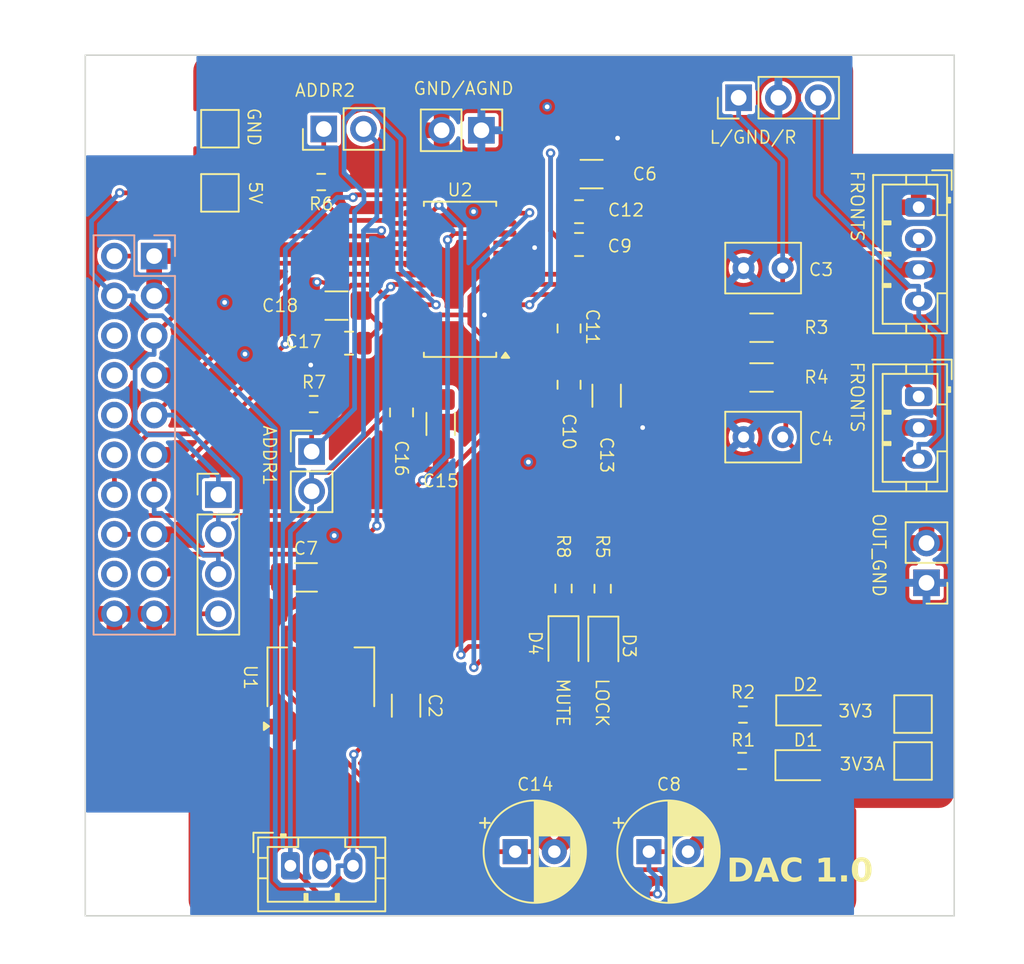
<source format=kicad_pcb>
(kicad_pcb (version 20240108) (generator "pcbnew") (generator_version "8.0")
  (layers (0 "F.Cu" signal) (1 "In1.Cu" power) (2 "In2.Cu" power) (31 "B.Cu" signal) (34 "B.Paste" user) (35 "F.Paste" user) (36 "B.SilkS" user "B.Silkscreen") (37 "F.SilkS" user "F.Silkscreen") (38 "B.Mask" user) (39 "F.Mask" user) (44 "Edge.Cuts" user))
  (net 0 "")
  (net 1 "AGND")
  (net 2 "GPIO5")
  (net 3 "GPIO4")
  (net 4 "GPIO3")
  (net 5 "GPIO6")
  (net 6 "GND")
  (net 7 "I2S_DATA")
  (net 8 "I2S_LRCLK")
  (net 9 "I2S_BCLK")
  (net 10 "I2S_SCLK")
  (net 11 "SCL")
  (net 12 "SDA")
  (net 13 "3V3")
  (net 14 "Net-(D3-K)")
  (net 15 "3V3A")
  (net 16 "Net-(D4-K)")
  (net 17 "5V")
  (net 20 "OUTL")
  (net 21 "OUTR")
  (net 22 "Net-(U2-OUTR)")
  (net 23 "Net-(U2-OUTL)")
  (net 24 "Net-(U2-CAPP)")
  (net 25 "Net-(U2-CAPM)")
  (net 26 "Net-(U2-VNEG)")
  (net 27 "Net-(U2-LDOO)")
  (net 28 "AGND_OUT")
  (net 29 "Net-(D1-K)")
  (net 30 "Net-(D2-K)")
  (net 34 "Net-(J11-Pin_1)")
  (net 35 "Net-(J12-Pin_1)")
  (footprint "Connector_PinHeader_2.54mm:PinHeader_1x02_P2.54mm_Vertical" (layer "F.Cu") (at 71.2658 71.6534 90)
    (property "Reference" "J11" (hide yes))
    (property "Value" "Conn_01x02_Pin")
  )
  (footprint "Capacitor_SMD:C_1206_3216Metric_Pad1.33x1.80mm_HandSolder" (layer "F.Cu") (at 72.08 82.9396 180)
    (property "Reference" "C18")
    (property "Value" "10u")
  )
  (footprint "Capacitor_SMD:C_1206_3216Metric_Pad1.33x1.80mm_HandSolder" (layer "F.Cu") (at 89.335 88.6975 -90)
    (property "Reference" "C13")
    (property "Value" "10u")
  )
  (footprint "Resistor_SMD:R_0603_1608Metric_Pad0.98x0.95mm_HandSolder" (layer "F.Cu") (at 98.0425 109.0725)
    (property "Reference" "R2")
    (property "Value" "330R")
  )
  (footprint "Connector_PinHeader_2.54mm:PinHeader_1x03_P2.54mm_Vertical" (layer "F.Cu") (at 97.7658 69.6534 90)
    (property "Reference" "J4" (hide yes))
    (property "Value" "Conn_01x03_Pin")
  )
  (footprint "Capacitor_THT:CP_Radial_D6.3mm_P2.50mm" (layer "F.Cu") (at 83.4938 117.835)
    (property "Reference" "C14")
    (property "Value" "220u")
  )
  (footprint "Capacitor_SMD:C_1206_3216Metric_Pad1.33x1.80mm_HandSolder" (layer "F.Cu") (at 70.125 100.3063)
    (property "Reference" "C7")
    (property "Value" "10u" (hide yes))
  )
  (footprint "Resistor_SMD:R_0603_1608Metric_Pad0.98x0.95mm_HandSolder" (layer "F.Cu") (at 89.08 101.03 -90)
    (property "Reference" "R5")
    (property "Value" "150R")
  )
  (footprint "Capacitor_SMD:C_1206_3216Metric_Pad1.33x1.80mm_HandSolder" (layer "F.Cu") (at 76.525 108.5063 -90)
    (property "Reference" "C2")
    (property "Value" "10u")
  )
  (footprint "Resistor_SMD:R_0603_1608Metric_Pad0.98x0.95mm_HandSolder" (layer "F.Cu") (at 71.1058 75.0425)
    (property "Reference" "R6")
    (property "Value" "4.7K")
  )
  (footprint "Resistor_SMD:R_1206_3216Metric_Pad1.30x1.75mm_HandSolder" (layer "F.Cu") (at 99.23 84.3525)
    (property "Reference" "R3")
    (property "Value" "470R")
  )
  (footprint "Package_TO_SOT_SMD:SOT-223-3_TabPin2" (layer "F.Cu") (at 71.08 106.6925 90)
    (property "Reference" "U1")
    (property "Value" "ZLDO1117QG33TA")
  )
  (footprint "LED_SMD:LED_0805_2012Metric_Pad1.15x1.40mm_HandSolder" (layer "F.Cu") (at 101.9758 112.3075)
    (property "Reference" "D1")
    (property "Value" "BLUE")
  )
  (footprint "Resistor_SMD:R_0603_1608Metric_Pad0.98x0.95mm_HandSolder" (layer "F.Cu") (at 97.9925 112.0425)
    (property "Reference" "R1")
    (property "Value" "75R")
  )
  (footprint "Connector_JST:JST_PH_B4B-PH-K_1x04_P2.00mm_Vertical" (layer "F.Cu") (at 109.2658 76.6534 -90)
    (property "Reference" "J1" (hide yes))
    (property "Value" "Conn_01x04_Pin")
  )
  (footprint "Package_SO:TSSOP-28_4.4x9.7mm_P0.65mm" (layer "F.Cu") (at 79.9725 81.26 180)
    (property "Reference" "U2")
    (property "Value" "PCM5142PWR")
  )
  (footprint "Connector_PinHeader_2.54mm:PinHeader_1x02_P2.54mm_Vertical" (layer "F.Cu") (at 109.7658 100.6534 180)
    (property "Reference" "J3" (hide yes))
    (property "Value" "Conn_01x02_Pin")
  )
  (footprint "TestPoint:TestPoint_Pad_2.0x2.0mm" (layer "F.Cu") (at 108.905 109.0425)
    (property "Reference" "TP3" (hide yes))
    (property "Value" "TestPoint")
  )
  (footprint "Capacitor_SMD:C_0805_2012Metric" (layer "F.Cu") (at 86.935 84.3975 90)
    (property "Reference" "C11")
    (property "Value" "2.2u 25V")
  )
  (footprint "MountingHole:MountingHole_3.2mm_M3" (layer "F.Cu") (at 109.035 119.435 -90)
    (property "Reference" "H2" (hide yes))
    (property "Value" "MountingHole" (hide yes))
  )
  (footprint "Connector_PinHeader_2.54mm:PinHeader_1x02_P2.54mm_Vertical" (layer "F.Cu") (at 81.335 71.735 -90)
    (property "Reference" "J8" (hide yes))
    (property "Value" "Conn_01x02_Pin")
  )
  (footprint "Capacitor_SMD:C_0805_2012Metric" (layer "F.Cu") (at 76.235 89.7659 90)
    (property "Reference" "C16")
    (property "Value" "0.01u")
  )
  (footprint "TestPoint:TestPoint_Pad_2.0x2.0mm" (layer "F.Cu") (at 64.635 75.735 -90)
    (property "Reference" "TP2" (hide yes))
    (property "Value" "TestPoint")
  )
  (footprint "Capacitor_SMD:C_0805_2012Metric" (layer "F.Cu") (at 87.5725 76.935 180)
    (property "Reference" "C12")
    (property "Value" "0.01u")
  )
  (footprint "TestPoint:TestPoint_Pad_2.0x2.0mm" (layer "F.Cu") (at 64.635 71.635 -90)
    (property "Reference" "TP4" (hide yes))
    (property "Value" "TestPoint")
  )
  (footprint "Capacitor_SMD:C_0805_2012Metric" (layer "F.Cu") (at 87.5725 79.035 180)
    (property "Reference" "C9")
    (property "Value" "2.2u 25V")
  )
  (footprint "Connector_PinHeader_2.54mm:PinHeader_1x04_P2.54mm_Vertical" (layer "F.Cu") (at 64.535 95.015)
    (property "Reference" "J6" (hide yes))
    (property "Value" "Conn_01x04_Pin")
  )
  (footprint "TestPoint:TestPoint_Pad_2.0x2.0mm" (layer "F.Cu") (at 108.905 112.0425)
    (property "Reference" "TP1" (hide yes))
    (property "Value" "TestPoint")
  )
  (footprint "Connector_JST:JST_PH_B3B-PH-K_1x03_P2.00mm_Vertical" (layer "F.Cu") (at 69.135 118.735)
    (property "Reference" "J7" (hide yes))
    (property "Value" "Conn_01x03_Pin")
  )
  (footprint "Capacitor_THT:C_Rect_L4.6mm_W3.0mm_P2.50mm_MKS02_FKP02" (layer "F.Cu") (at 98.08 80.5425)
    (property "Reference" "C3")
    (property "Value" "2.2n C0G 50V")
  )
  (footprint "Capacitor_SMD:C_1206_3216Metric_Pad1.33x1.80mm_HandSolder" (layer "F.Cu") (at 88.3725 74.535 180)
    (property "Reference" "C6")
    (property "Value" "10u")
  )
  (footprint "Capacitor_SMD:C_0805_2012Metric" (layer "F.Cu") (at 72.88 85.3396)
    (property "Reference" "C17")
    (property "Value" "0.01u")
  )
  (footprint "Resistor_SMD:R_0603_1608Metric_Pad0.98x0.95mm_HandSolder" (layer "F.Cu") (at 86.58 101.0175 -90)
    (property "Reference" "R8")
    (property "Value" "650R")
  )
  (footprint "Connector_PinHeader_2.54mm:PinHeader_1x02_P2.54mm_Vertical" (layer "F.Cu") (at 70.4925 92.2646)
    (property "Reference" "J12" (hide yes))
    (property "Value" "Conn_01x02_Pin")
  )
  (footprint "Capacitor_THT:CP_Radial_D6.3mm_P2.50mm" (layer "F.Cu") (at 92.035 117.835)
    (property "Reference" "C8")
    (property "Value" "220u")
  )
  (footprint "LED_SMD:LED_0805_2012Metric_Pad1.15x1.40mm_HandSolder" (layer "F.Cu") (at 102.0258 108.8075)
    (property "Reference" "D2")
    (property "Value" "YELLOW")
  )
  (footprint "Capacitor_SMD:C_0805_2012Metric" (layer "F.Cu") (at 86.935 87.9975 90)
    (property "Reference" "C10")
    (property "Value" "0.01u")
  )
  (footprint "Capacitor_SMD:C_1206_3216Metric_Pad1.33x1.80mm_HandSolder" (layer "F.Cu") (at 78.735 90.5034 -90)
    (property "Reference" "C15")
    (property "Value" "10u")
  )
  (footprint "Resistor_SMD:R_1206_3216Metric_Pad1.30x1.75mm_HandSolder" (layer "F.Cu") (at 99.23 87.5325)
    (property "Reference" "R4")
    (property "Value" "470R")
  )
  (footprint "MountingHole:MountingHole_3.2mm_M3" (layer "F.Cu") (at 109.035 69.435 -90)
    (property "Reference" "H1" (hide yes))
    (property "Value" "MountingHole" (hide yes))
  )
  (footprint "Resistor_SMD:R_0603_1608Metric_Pad0.98x0.95mm_HandSolder" (layer "F.Cu") (at 70.6225 89.235)
    (property "Reference" "R7")
    (property "Value" "4.7K")
  )
  (footprint "Connector_JST:JST_PH_B3B-PH-K_1x03_P2.00mm_Vertical" (layer "F.Cu") (at 109.2658 88.7534 -90)
    (property "Reference" "J2" (hide yes))
    (property "Value" "Conn_01x03_Pin")
  )
  (footprint "Capacitor_THT:C_Rect_L4.6mm_W3.0mm_P2.50mm_MKS02_FKP02" (layer "F.Cu") (at 98.08 91.3425)
    (property "Reference" "C4")
    (property "Value" "2.2n C0G 50V")
  )
  (footprint "LED_SMD:LED_0805_2012Metric_Pad1.15x1.40mm_HandSolder" (layer "F.Cu") (at 89.125 104.6725 -90)
    (property "Reference" "D3")
    (property "Value" "BLUE")
  )
  (footprint "MountingHole:MountingHole_3.2mm_M3" (layer "F.Cu") (at 58.535 119.435 -90)
    (property "Reference" "H4" (hide yes))
    (property "Value" "MountingHole" (hide yes))
  )
  (footprint "MountingHole:MountingHole_3.2mm_M3" (layer "F.Cu") (at 58.535 69.435 -90)
    (property "Reference" "H3" (hide yes))
    (property "Value" "MountingHole" (hide yes))
  )
  (footprint "LED_SMD:LED_0805_2012Metric_Pad1.15x1.40mm_HandSolder" (layer "F.Cu") (at 86.58 104.6475 -90)
    (property "Reference" "D4")
    (property "Value" "WHITE")
  )
  (footprint "Connector_PinHeader_2.54mm:PinHeader_2x10_P2.54mm_Vertical" (layer "B.Cu") (at 60.435 79.775 180)
    (property "Reference" "J5" (hide yes))
    (property "Value" "Conn_02x10_Odd_Even")
  )
  (gr_line (start 56.035036 66.934955) (end 111.535036 66.934955) (stroke (width 0.1)) (layer "Edge.Cuts"))
  (gr_line (start 56.035036 121.934955) (end 56.035036 66.934955) (stroke (width 0.1)) (layer "Edge.Cuts"))
  (gr_line (start 111.535036 66.934955) (end 111.535036 121.934955) (stroke (width 0.1)) (layer "Edge.Cuts"))
  (gr_line (start 111.535036 121.934955) (end 56.035036 121.934955) (stroke (width 0.1)) (layer "Edge.Cuts"))
  (gr_text "GND/AGND" (at 76.935 69.535 0) (layer "F.SilkS") (effects (font (size 0.8 0.8) (thickness 0.1) (bold yes)) (justify left bottom)))
  (gr_text "MUTE" (at 86.08 106.705 -90) (layer "F.SilkS") (effects (font (size 0.8 0.8) (thickness 0.1) (bold yes)) (justify left bottom)))
  (gr_text "ADDR2" (at 69.365836 69.653355 0) (layer "F.SilkS") (effects (font (size 0.8 0.8) (thickness 0.1) (bold yes)) (justify left bottom)))
  (gr_text "GND" (at 66.335036 70.234955 -90) (layer "F.SilkS") (effects (font (size 0.8 0.8) (thickness 0.1) (bold yes)) (justify left bottom)))
  (gr_text "FRONTS\n" (at 104.865836 86.453355 -90) (layer "F.SilkS") (effects (font (size 0.8 0.8) (thickness 0.1) (bold yes)) (justify left bottom)))
  (gr_text "L/GND/R" (at 95.845836 72.653355 0) (layer "F.SilkS") (effects (font (size 0.8 0.8) (thickness 0.1) (bold yes)) (justify left bottom)))
  (gr_text "3V3" (at 104.070834 109.3225 0) (layer "F.SilkS") (effects (font (size 0.8 0.8) (thickness 0.1) (bold yes)) (justify left bottom)))
  (gr_text "5V" (at 66.435036 74.93491 -90) (layer "F.SilkS") (effects (font (size 0.8 0.8) (thickness 0.1) (bold yes)) (justify left bottom)))
  (gr_text "ADDR1" (at 67.335 90.535 -90) (layer "F.SilkS") (effects (font (size 0.8 0.8) (thickness 0.1) (bold yes)) (justify left bottom)))
  (gr_text "DAC 1.0" (at 97 120 0) (layer "F.SilkS") (effects (font (size 1.5 1.5) (thickness 0.1) (bold yes)) (justify left bottom)))
  (gr_text "LOCK" (at 88.58 106.705 -90) (layer "F.SilkS") (effects (font (size 0.8 0.8) (thickness 0.1) (bold yes)) (justify left bottom)))
  (gr_text "OUT_GND" (at 106.265836 96.153355 -90) (layer "F.SilkS") (effects (font (size 0.8 0.8) (thickness 0.1) (bold yes)) (justify left bottom)))
  (gr_text "FRONTS" (at 104.865836 74.253355 -90) (layer "F.SilkS") (effects (font (size 0.8 0.8) (thickness 0.1) (bold yes)) (justify left bottom)))
  (gr_text "3V3A" (at 104.150834 112.7075 0) (layer "F.SilkS") (effects (font (size 0.8 0.8) (thickness 0.1) (bold yes)) (justify left bottom)))
  (segment (start 82.835 79.635) (end 84.335 79.635) (width 0.3) (layer "F.Cu") (net 1))
  (segment (start 84.335 79.635) (end 84.735 79.235) (width 0.3) (layer "F.Cu") (net 1))
  (segment (start 86.935 88.9475) (end 88.0225 88.9475) (width 0.3) (layer "F.Cu") (net 1))
  (segment (start 82.097501 84.185) (end 81.535 83.622499) (width 0.3) (layer "F.Cu") (net 1))
  (segment (start 89.935 72.335) (end 90.035 72.235) (width 0.3) (layer "F.Cu") (net 1))
  (segment (start 91.16 90.26) (end 91.635 90.735) (width 0.3) (layer "F.Cu") (net 1))
  (segment (start 82.835 80.285) (end 82.835 79.635) (width 0.3) (layer "F.Cu") (net 1))
  (segment (start 88.5225 79.035) (end 88.5225 76.935) (width 0.3) (layer "F.Cu") (net 1))
  (segment (start 89.935 74.535) (end 89.935 72.335) (width 0.3) (layer "F.Cu") (net 1))
  (segment (start 88.0225 88.9475) (end 89.335 90.26) (width 0.3) (layer "F.Cu") (net 1))
  (segment (start 89.335 90.26) (end 91.16 90.26) (width 0.3) (layer "F.Cu") (net 1))
  (segment (start 81.535 83.622499) (end 81.535 83.535) (width 0.3) (layer "F.Cu") (net 1))
  (segment (start 88.5225 75.9475) (end 89.935 74.535) (width 0.3) (layer "F.Cu") (net 1))
  (segment (start 82.835 84.185) (end 82.097501 84.185) (width 0.3) (layer "F.Cu") (net 1))
  (segment (start 88.5225 76.935) (end 88.5225 75.9475) (width 0.3) (layer "F.Cu") (net 1))
  (via (at 90.035 72.235) (size 0.6) (drill 0.3) (layers "F.Cu" "B.Cu") (net 1))
  (via (at 84.735 79.235) (size 0.6) (drill 0.3) (layers "F.Cu" "B.Cu") (net 1))
  (via (at 91.635 90.735) (size 0.6) (drill 0.3) (layers "F.Cu" "B.Cu") (net 1))
  (via (at 81.535 83.535) (size 0.6) (drill 0.3) (layers "F.Cu" "B.Cu") (net 1))
  (segment (start 82.835 77.035) (end 84.3806 77.035) (width 0.3) (layer "F.Cu") (net 3))
  (segment (start 86.58 105.6725) (end 81.2377 105.6725) (width 0.3) (layer "F.Cu") (net 3))
  (segment (start 84.3806 77.035) (end 84.412 77.0036) (width 0.3) (layer "F.Cu") (net 3))
  (segment (start 81.2377 105.6725) (end 80.8536 106.0566) (width 0.3) (layer "F.Cu") (net 3))
  (via (at 80.8536 106.0566) (size 0.6) (drill 0.3) (layers "F.Cu" "B.Cu") (net 3))
  (via (at 84.412 77.0036) (size 0.6) (drill 0.3) (layers "F.Cu" "B.Cu") (net 3))
  (segment (start 80.8536 80.562) (end 84.412 77.0036) (width 0.3) (layer "B.Cu") (net 3))
  (segment (start 80.8536 106.0566) (end 80.8536 80.562) (width 0.3) (layer "B.Cu") (net 3))
  (segment (start 77.11 77.035) (end 78.1023 77.035) (width 0.3) (layer "F.Cu") (net 4))
  (segment (start 89.125 105.6975) (end 88.1502 104.7227) (width 0.3) (layer "F.Cu") (net 4))
  (segment (start 78.1023 77.035) (end 78.6179 76.5194) (width 0.3) (layer "F.Cu") (net 4))
  (segment (start 88.1502 104.7227) (end 80.5537 104.7227) (width 0.3) (layer "F.Cu") (net 4))
  (segment (start 80.5537 104.7227) (end 80.027 105.2494) (width 0.3) (layer "F.Cu") (net 4))
  (via (at 78.6179 76.5194) (size 0.6) (drill 0.3) (layers "F.Cu" "B.Cu") (net 4))
  (via (at 80.027 105.2494) (size 0.6) (drill 0.3) (layers "F.Cu" "B.Cu") (net 4))
  (segment (start 80.027 77.9285) (end 78.6179 76.5194) (width 0.3) (layer "B.Cu") (net 4))
  (segment (start 80.027 105.2494) (end 80.027 77.9285) (width 0.3) (layer "B.Cu") (net 4))
  (segment (start 70.5175 81.7525) (end 70.835 81.435) (width 0.3) (layer "F.Cu") (net 6))
  (segment (start 70.5175 82.9396) (end 70.5175 81.7525) (width 0.3) (layer "F.Cu") (net 6))
  (via (at 84.335 92.935) (size 0.6) (drill 0.3) (layers "F.Cu" "B.Cu") (net 6))
  (via (at 70.835 81.435) (size 0.6) (drill 0.3) (layers "F.Cu" "B.Cu") (net 6))
  (via (at 80.835 76.935) (size 0.6) (drill 0.3) (layers "F.Cu" "B.Cu") (net 6))
  (via (at 70.435 86.735) (size 0.6) (drill 0.3) (layers "F.Cu" "B.Cu") (net 6))
  (via (at 66.235 86.035) (size 0.6) (drill 0.3) (layers "F.Cu" "B.Cu") (net 6))
  (via (at 85.535 70.235) (size 0.6) (drill 0.3) (layers "F.Cu" "B.Cu") (net 6))
  (via (at 64.935 82.735) (size 0.6) (drill 0.3) (layers "F.Cu" "B.Cu") (net 6))
  (via (at 71.935 97.635) (size 0.6) (drill 0.3) (layers "F.Cu" "B.Cu") (net 6))
  (segment (start 63.3333 101.7916) (end 63.3333 102.635) (width 0.3) (layer "F.Cu") (net 7))
  (segment (start 61.0359 100.095) (end 61.1571 100.095) (width 0.3) (layer "F.Cu") (net 7))
  (segment (start 61.1571 100.095) (end 61.6367 100.095) (width 0.3) (layer "F.Cu") (net 7))
  (segment (start 75.5402 81.7347) (end 75.6899 81.585) (width 0.3) (layer "F.Cu") (net 7))
  (segment (start 61.1571 100.095) (end 62.4271 98.825) (width 0.3) (layer "F.Cu") (net 7))
  (segment (start 61.6367 100.095) (end 63.3333 101.7916) (width 0.3) (layer "F.Cu") (net 7))
  (segment (start 62.4271 98.825) (end 72.85 98.825) (width 0.3) (layer "F.Cu") (net 7))
  (segment (start 64.535 102.635) (end 63.3333 102.635) (width 0.3) (layer "F.Cu") (net 7))
  (segment (start 72.85 98.825) (end 74.6624 97.0126) (width 0.3) (layer "F.Cu") (net 7))
  (segment (start 75.6899 81.585) (end 77.11 81.585) (width 0.3) (layer "F.Cu") (net 7))
  (via (at 74.6624 97.0126) (size 0.6) (drill 0.3) (layers "F.Cu" "B.Cu") (net 7))
  (via (at 75.5402 81.7347) (size 0.6) (drill 0.3) (layers "F.Cu" "B.Cu") (net 7))
  (segment (start 74.6624 82.6125) (end 75.5402 81.7347) (width 0.3) (layer "B.Cu") (net 7))
  (segment (start 74.6624 97.0126) (end 74.6624 82.6125) (width 0.3) (layer "B.Cu") (net 7))
  (segment (start 73.0388 81.6286) (end 74.45 81.6286) (width 0.3) (layer "F.Cu") (net 8))
  (segment (start 72.257 83.193) (end 72.257 82.4104) (width 0.3) (layer "F.Cu") (net 8))
  (segment (start 76.2541 82.235) (end 77.11 82.235) (width 0.3) (layer "F.Cu") (net 8))
  (segment (start 75.2157 82.3943) (end 76.0948 82.3943) (width 0.3) (layer "F.Cu") (net 8))
  (segment (start 60.435 95.015) (end 60.435 93.8133) (width 0.3) (layer "F.Cu") (net 8))
  (segment (start 74.45 81.6286) (end 75.2157 82.3943) (width 0.3) (layer "F.Cu") (net 8))
  (segment (start 72.257 82.4104) (end 73.0388 81.6286) (width 0.3) (layer "F.Cu") (net 8))
  (segment (start 60.435 93.8133) (end 61.6367 93.8133) (width 0.3) (layer "F.Cu") (net 8))
  (segment (start 61.6367 93.8133) (end 72.257 83.193) (width 0.3) (layer "F.Cu") (net 8))
  (segment (start 76.0948 82.3943) (end 76.2541 82.235) (width 0.3) (layer "F.Cu") (net 8))
  (segment (start 60.9018 96.2167) (end 63.5784 98.8933) (width 0.3) (layer "B.Cu") (net 8))
  (segment (start 64.535 100.095) (end 64.535 98.8933) (width 0.3) (layer "B.Cu") (net 8))
  (segment (start 63.5784 98.8933) (end 64.535 98.8933) (width 0.3) (layer "B.Cu") (net 8))
  (segment (start 60.435 95.015) (end 60.435 96.2167) (width 0.3) (layer "B.Cu") (net 8))
  (segment (start 60.435 96.2167) (end 60.9018 96.2167) (width 0.3) (layer "B.Cu") (net 8))
  (segment (start 71.32495 80.935) (end 77.11 80.935) (width 0.3) (layer "F.Cu") (net 9))
  (segment (start 69.635 80.735) (end 71.12495 80.735) (width 0.3) (layer "F.Cu") (net 9))
  (segment (start 71.12495 80.735) (end 71.32495 80.935) (width 0.3) (layer "F.Cu") (net 9))
  (segment (start 60.435 89.935) (end 69.635 80.735) (width 0.3) (layer "F.Cu") (net 9))
  (segment (start 60.435 89.935) (end 61.6622 89.935) (width 0.3) (layer "B.Cu") (net 9))
  (segment (start 65.7432 94.016) (end 65.7432 96.0829) (width 0.3) (layer "B.Cu") (net 9))
  (segment (start 64.535 97.555) (end 64.535 96.3533) (width 0.3) (layer "B.Cu") (net 9))
  (segment (start 65.7432 96.0829) (end 65.4728 96.3533) (width 0.3) (layer "B.Cu") (net 9))
  (segment (start 61.6622 89.935) (end 65.7432 94.016) (width 0.3) (layer "B.Cu") (net 9))
  (segment (start 65.4728 96.3533) (end 64.535 96.3533) (width 0.3) (layer "B.Cu") (net 9))
  (segment (start 77.06 80.235) (end 65.055 80.235) (width 0.3) (layer "F.Cu") (net 10))
  (segment (start 65.055 80.235) (end 60.435 84.855) (width 0.3) (layer "F.Cu") (net 10))
  (segment (start 59.9917 91.205) (end 61.9267 91.205) (width 0.3) (layer "B.Cu") (net 10))
  (segment (start 60.0595 86.0567) (end 59.2167 86.8995) (width 0.3) (layer "B.Cu") (net 10))
  (segment (start 60.435 84.855) (end 60.435 86.0567) (width 0.3) (layer "B.Cu") (net 10))
  (segment (start 60.435 86.0567) (end 60.0595 86.0567) (width 0.3) (layer "B.Cu") (net 10))
  (segment (start 59.2167 86.8995) (end 59.2167 90.43) (width 0.3) (layer "B.Cu") (net 10))
  (segment (start 61.9267 91.205) (end 64.535 93.8133) (width 0.3) (layer "B.Cu") (net 10))
  (segment (start 59.2167 90.43) (end 59.9917 91.205) (width 0.3) (layer "B.Cu") (net 10))
  (segment (start 64.535 95.015) (end 64.535 93.8133) (width 0.3) (layer "B.Cu") (net 10))
  (segment (start 82.835 78.335) (end 79.5784 78.335) (width 0.3) (layer "F.Cu") (net 11))
  (segment (start 79.5784 78.335) (end 79.1766 78.7368) (width 0.3) (layer "F.Cu") (net 11))
  (segment (start 59.0967 97.555) (end 59.0967 97.1794) (width 0.3) (layer "F.Cu") (net 11))
  (segment (start 59.9228 96.3533) (end 75.3414 96.3533) (width 0.3) (layer "F.Cu") (net 11))
  (segment (start 75.3414 96.3533) (end 77.5907 94.104) (width 0.3) (layer "F.Cu") (net 11))
  (segment (start 59.0967 97.1794) (end 59.9228 96.3533) (width 0.3) (layer "F.Cu") (net 11))
  (segment (start 57.895 97.555) (end 59.0967 97.555) (width 0.3) (layer "F.Cu") (net 11))
  (via (at 77.5907 94.104) (size 0.6) (drill 0.3) (layers "F.Cu" "B.Cu") (net 11))
  (via (at 79.1766 78.7368) (size 0.6) (drill 0.3) (layers "F.Cu" "B.Cu") (net 11))
  (segment (start 79.1766 92.5181) (end 79.1766 78.7368) (width 0.3) (layer "B.Cu") (net 11))
  (segment (start 77.5907 94.104) (end 79.1766 92.5181) (width 0.3) (layer "B.Cu") (net 11))
  (segment (start 73.2999 75.8575) (end 73.135 76.0224) (width 0.3) (layer "F.Cu") (net 12))
  (segment (start 82.835 78.985) (end 83.5873 78.985) (width 0.3) (layer "F.Cu") (net 12))
  (segment (start 59.0967 92.9872) (end 59.0967 92.0999) (width 0.3) (layer "F.Cu") (net 12))
  (segment (start 85.0654 77.5069) (end 85.0654 76.6442) (width 0.3) (layer "F.Cu") (net 12))
  (segment (start 57.895 95.015) (end 57.895 93.8133) (width 0.3) (layer "F.Cu") (net 12))
  (segment (start 59.0967 92.0999) (end 60.0599 91.1367) (width 0.3) (layer "F.Cu") (net 12))
  (segment (start 84.2787 75.8575) (end 73.2999 75.8575) (width 0.3) (layer "F.Cu") (net 12))
  (segment (start 57.895 93.8133) (end 58.2706 93.8133) (width 0.3) (layer "F.Cu") (net 12))
  (segment (start 63.0782 91.1367) (end 68.8113 85.4036) (width 0.3) (layer "F.Cu") (net 12))
  (segment (start 85.0654 76.6442) (end 84.2787 75.8575) (width 0.3) (layer "F.Cu") (net 12))
  (segment (start 58.2706 93.8133) (end 59.0967 92.9872) (width 0.3) (layer "F.Cu") (net 12))
  (segment (start 83.5873 78.985) (end 85.0654 77.5069) (width 0.3) (layer "F.Cu") (net 12))
  (segment (start 60.0599 91.1367) (end 63.0782 91.1367) (width 0.3) (layer "F.Cu") (net 12))
  (via (at 73.135 76.0224) (size 0.6) (drill 0.3) (layers "F.Cu" "B.Cu") (net 12))
  (via (at 68.8113 85.4036) (size 0.6) (drill 0.3) (layers "F.Cu" "B.Cu") (net 12))
  (segment (start 68.8113 85.4036) (end 68.8113 79.3461) (width 0.3) (layer "B.Cu") (net 12))
  (segment (start 72.135 76.0224) (end 73.135 76.0224) (width 0.3) (layer "B.Cu") (net 12))
  (segment (start 68.8113 79.3461) (end 72.135 76.0224) (width 0.3) (layer "B.Cu") (net 12))
  (segment (start 69.135 118.735) (end 70.9309 120.5309) (width 0.3) (layer "F.Cu") (net 13))
  (segment (start 59.475 78.4954) (end 74.9484 78.4954) (width 0.3) (layer "F.Cu") (net 13))
  (segment (start 70.4925 94.8046) (end 70.4925 93.6029) (width 0.3) (layer "F.Cu") (net 13))
  (segment (start 93.1867 117.835) (end 93.1867 117.2877) (width 0.3) (layer "F.Cu") (net 13))
  (segment (start 101.457 110.4013) (end 103.0508 108.8075) (width 0.3) (layer "F.Cu") (net 13))
  (segment (start 76.235 86.36) (end 76.235 88.8159) (width 0.3) (layer "F.Cu") (net 13))
  (segment (start 92.035 117.835) (end 93.1867 117.835) (width 0.3) (layer "F.Cu") (net 13))
  (segment (start 71.573 93.6029) (end 76.235 88.9409) (width 0.3) (layer "F.Cu") (net 13))
  (segment (start 99.2103 110.4013) (end 101.457 110.4013) (width 0.3) (layer "F.Cu") (net 13))
  (segment (start 70.9309 120.5309) (end 92.58 120.5309) (width 0.3) (layer "F.Cu") (net 13))
  (segment (start 74.9484 78.1456) (end 74.9484 78.4954) (width 0.3) (layer "F.Cu") (net 13))
  (segment (start 97.9925 112.4819) (end 97.9925 111.6191) (width 0.3) (layer "F.Cu") (net 13))
  (segment (start 97.9925 111.6191) (end 99.2103 110.4013) (width 0.3) (layer "F.Cu") (net 13))
  (segment (start 59.0967 79.775) (end 59.0967 78.8737) (width 0.3) (layer "F.Cu") (net 13))
  (segment (start 75.438 78.985) (end 77.11 78.985) (width 0.3) (layer "F.Cu") (net 13))
  (segment (start 74.9484 78.4954) (end 75.438 78.985) (width 0.3) (layer "F.Cu") (net 13))
  (segment (start 59.0967 78.8737) (end 59.475 78.4954) (width 0.3) (layer "F.Cu") (net 13))
  (segment (start 77.11 85.485) (end 76.235 86.36) (width 0.3) (layer "F.Cu") (net 13))
  (segment (start 108.905 109.0425) (end 103.2858 109.0425) (width 0.3) (layer "F.Cu") (net 13))
  (segment (start 76.235 88.9409) (end 78.735 88.9409) (width 0.3) (layer "F.Cu") (net 13))
  (segment (start 70.4925 93.6029) (end 71.573 93.6029) (width 0.3) (layer "F.Cu") (net 13))
  (segment (start 57.895 79.775) (end 59.0967 79.775) (width 0.3) (layer "F.Cu") (net 13))
  (segment (start 93.1867 117.2877) (end 97.9925 112.4819) (width 0.3) (layer "F.Cu") (net 13))
  (via (at 74.9484 78.1456) (size 0.6) (drill 0.3) (layers "F.Cu" "B.Cu") (net 13))
  (via (at 92.58 120.5309) (size 0.6) (drill 0.3) (layers "F.Cu" "B.Cu") (net 13))
  (segment (start 92.58 120.5309) (end 92.58 119.5317) (width 0.3) (layer "B.Cu") (net 13))
  (segment (start 73.8058 78.1456) (end 74.9484 78.1456) (width 0.3) (layer "B.Cu") (net 13))
  (segment (start 74.6558 77.2956) (end 73.8058 78.1456) (width 0.3) (layer "B.Cu") (net 13))
  (segment (start 92.035 117.835) (end 92.035 118.9867) (width 0.3) (layer "B.Cu") (net 13))
  (segment (start 73.8058 71.6534) (end 74.6558 72.5034) (width 0.3) (layer "B.Cu") (net 13))
  (segment (start 92.58 119.5317) (end 92.035 118.9867) (width 0.3) (layer "B.Cu") (net 13))
  (segment (start 71.3938 93.6029) (end 70.4925 93.6029) (width 0.3) (layer "B.Cu") (net 13))
  (segment (start 70.4925 94.8046) (end 70.4925 96.0063) (width 0.3) (layer "B.Cu") (net 13))
  (segment (start 69.135 118.735) (end 69.135 97.3638) (width 0.3) (layer "B.Cu") (net 13))
  (segment (start 73.8058 78.1456) (end 73.8058 91.1909) (width 0.3) (layer "B.Cu") (net 13))
  (segment (start 74.6558 72.5034) (end 74.6558 77.2956) (width 0.3) (layer "B.Cu") (net 13))
  (segment (start 70.4925 94.8046) (end 70.4925 93.6029) (width 0.3) (layer "B.Cu") (net 13))
  (segment (start 69.135 97.3638) (end 70.4925 96.0063) (width 0.3) (layer "B.Cu") (net 13))
  (segment (start 73.8058 91.1909) (end 71.3938 93.6029) (width 0.3) (layer "B.Cu") (net 13))
  (segment (start 89.125 103.6475) (end 89.125 101.9875) (width 0.3) (layer "F.Cu") (net 14))
  (segment (start 71.08 103.5425) (end 73.3317 103.5425) (width 0.3) (layer "F.Cu") (net 15))
  (segment (start 86.935 87.0475) (end 89.2475 87.0475) (width 0.3) (layer "F.Cu") (net 15))
  (segment (start 72.1713 100.6661) (end 84.3975 88.4399) (width 0.3) (layer "F.Cu") (net 15))
  (segment (start 82.835 85.485) (end 84.3975 87.0475) (width 0.3) (layer "F.Cu") (net 15))
  (segment (start 84.3975 87.0475) (end 86.935 87.0475) (width 0.3) (layer "F.Cu") (net 15))
  (segment (start 80.5965 83.5367) (end 80.5965 82.3947) (width 0.3) (layer "F.Cu") (net 15))
  (segment (start 96.3216 118.9867) (end 85.5092 118.9867) (width 0.3) (layer "F.Cu") (net 15))
  (segment (start 84.3975 88.4399) (end 84.3975 87.0475) (width 0.3) (layer "F.Cu") (net 15))
  (segment (start 78.4802 117.835) (end 83.4938 117.835) (width 0.3) (layer "F.Cu") (net 15))
  (segment (start 71.08 103.5425) (end 68.8283 103.5425) (width 0.3) (layer "F.Cu") (net 15))
  (segment (start 86.6225 76.935) (end 86.6225 74.7225) (width 0.3) (layer "F.Cu") (net 15))
  (segment (start 86.3405 80.935) (end 82.835 80.935) (width 0.3) (layer "F.Cu") (net 15))
  (segment (start 82.835 85.485) (end 82.0088 85.485) (width 0.3) (layer "F.Cu") (net 15))
  (segment (start 69.9783 109.8425) (end 69.9783 108.7408) (width 0.3) (layer "F.Cu") (net 15))
  (segment (start 87.5132 79.7623) (end 86.3405 80.935) (width 0.3) (layer "F.Cu") (net 15))
  (segment (start 82.0562 80.935) (end 82.835 80.935) (width 0.3) (layer "F.Cu") (net 15))
  (segment (start 103.0008 112.3075) (end 96.3216 118.9867) (width 0.3) (layer "F.Cu") (net 15))
  (segment (start 77.1117 83.5367) (end 80.5965 83.5367) (width 0.3) (layer "F.Cu") (net 15))
  (segment (start 82.0088 85.485) (end 80.5965 84.0727) (width 0.3) (layer "F.Cu") (net 15))
  (segment (start 83.4938 117.835) (end 84.6455 117.835) (width 0.3) (layer "F.Cu") (net 15))
  (segment (start 108.905 112.0425) (end 103.2658 112.0425) (width 0.3) (layer "F.Cu") (net 15))
  (segment (start 87.5132 77.8257) (end 87.5132 79.7623) (width 0.3) (layer "F.Cu") (net 15))
  (segment (start 70.5292 109.884) (end 78.4802 117.835) (width 0.3) (layer "F.Cu") (net 15))
  (segment (start 80.5965 82.3947) (end 82.0562 80.935) (width 0.3) (layer "F.Cu") (net 15))
  (segment (start 73.3317 101.8265) (end 73.3317 103.5425) (width 0.3) (layer "F.Cu") (net 15))
  (segment (start 85.5092 118.9867) (end 84.6455 118.123) (width 0.3) (layer "F.Cu") (net 15))
  (segment (start 84.6455 118.123) (end 84.6455 117.835) (width 0.3) (layer "F.Cu") (net 15))
  (segment (start 72.1713 100.6661) (end 73.3317 101.8265) (width 0.3) (layer "F.Cu") (net 15))
  (segment (start 70.5292 109.8425) (end 69.9783 109.8425) (width 0.3) (layer "F.Cu") (net 15))
  (segment (start 86.6225 76.935) (end 87.5132 77.8257) (width 0.3) (layer "F.Cu") (net 15))
  (segment (start 69.9783 108.7408) (end 68.8283 107.5908) (width 0.3) (layer "F.Cu") (net 15))
  (segment (start 80.5965 84.0727) (end 80.5965 83.5367) (width 0.3) (layer "F.Cu") (net 15))
  (segment (start 68.8283 107.5908) (end 68.8283 103.5425) (width 0.3) (layer "F.Cu") (net 15))
  (segment (start 86.58 103.6225) (end 86.58 101.93) (width 0.3) (layer "F.Cu") (net 16))
  (segment (start 74.5949 109.9557) (end 74.5949 110.0688) (width 0.3) (layer "F.Cu") (net 17))
  (segment (start 74.5949 110.2165) (end 73.1891 111.6223) (width 0.3) (layer "F.Cu") (net 17))
  (segment (start 74.4817 109.8425) (end 74.5949 109.9557) (width 0.3) (layer "F.Cu") (net 17))
  (segment (start 58.235 75.735) (end 64.635 75.735) (width 0.3) (layer "F.Cu") (net 17))
  (segment (start 74.5949 110.0688) (end 74.5949 110.2165) (width 0.3) (layer "F.Cu") (net 17))
  (segment (start 73.38 109.8425) (end 74.4817 109.8425) (width 0.3) (layer "F.Cu") (net 17))
  (segment (start 74.5949 110.0688) (end 76.525 110.0688) (width 0.3) (layer "F.Cu") (net 17))
  (via (at 58.235 75.735) (size 0.6) (drill 0.3) (layers "F.Cu" "B.Cu") (net 17))
  (via (at 73.1891 111.6223) (size 0.6) (drill 0.3) (layers "F.Cu" "B.Cu") (net 17))
  (segment (start 68.1698 119.6446) (end 68.1698 90.8106) (width 0.3) (layer "B.Cu") (net 17))
  (segment (start 71.5344 119.9787) (end 68.5039 119.9787) (width 0.3) (layer "B.Cu") (net 17))
  (segment (start 57.895 82.315) (end 59.0967 82.315) (width 0.3) (layer "B.Cu") (net 17))
  (segment (start 72.1833 118.735) (end 72.1833 119.3298) (width 0.3) (layer "B.Cu") (net 17))
  (segment (start 73.135 118.1217) (end 73.135 117.5083) (width 0.3) (layer "B.Cu") (net 17))
  (segment (start 59.0967 82.6885) (end 59.0967 82.315) (width 0.3) (layer "B.Cu") (net 17))
  (segment (start 57.895 82.315) (end 56.435 80.855) (width 0.3) (layer "B.Cu") (net 17))
  (segment (start 60.9442 83.585) (end 59.9932 83.585) (width 0.3) (layer "B.Cu") (net 17))
  (segment (start 59.9932 83.585) (end 59.0967 82.6885) (width 0.3) (layer "B.Cu") (net 17))
  (segment (start 73.1891 117.4542) (end 73.1891 111.6223) (width 0.3) (layer "B.Cu") (net 17))
  (segment (start 56.435 80.855) (end 56.435 77.535) (width 0.3) (layer "B.Cu") (net 17))
  (segment (start 56.435 77.535) (end 58.235 75.735) (width 0.3) (layer "B.Cu") (net 17))
  (segment (start 68.1698 90.8106) (end 60.9442 83.585) (width 0.3) (layer "B.Cu") (net 17))
  (segment (start 72.1833 119.3298) (end 71.5344 119.9787) (width 0.3) (layer "B.Cu") (net 17))
  (segment (start 73.135 118.735) (end 72.1833 118.735) (width 0.3) (layer "B.Cu") (net 17))
  (segment (start 68.5039 119.9787) (end 68.1698 119.6446) (width 0.3) (layer "B.Cu") (net 17))
  (segment (start 73.135 117.5083) (end 73.1891 117.4542) (width 0.3) (layer "B.Cu") (net 17))
  (segment (start 100.58 80.5425) (end 100.58 84.1525) (width 0.3) (layer "F.Cu") (net 20))
  (segment (start 100.58 80.5425) (end 101.5174 79.6051) (width 0.3) (layer "F.Cu") (net 20))
  (segment (start 100.78 84.3525) (end 104.8649 84.3525) (width 0.3) (layer "F.Cu") (net 20))
  (segment (start 104.8649 84.3525) (end 109.2658 88.7534) (width 0.3) (layer "F.Cu") (net 20))
  (segment (start 101.5174 79.6051) (end 109.2658 79.6051) (width 0.3) (layer "F.Cu") (net 20))
  (segment (start 109.2658 78.6534) (end 109.2658 79.6051) (width 0.3) (layer "F.Cu") (net 20))
  (segment (start 100.58 73.6693) (end 97.7658 70.8551) (width 0.3) (layer "B.Cu") (net 20))
  (segment (start 97.7658 69.6534) (end 97.7658 70.8551) (width 0.3) (layer "B.Cu") (net 20))
  (segment (start 100.58 80.5425) (end 100.58 73.6693) (width 0.3) (layer "B.Cu") (net 20))
  (segment (start 100.78 87.5325) (end 100.78 91.1425) (width 0.3) (layer "F.Cu") (net 21))
  (segment (start 100.58 91.3425) (end 101.9909 92.7534) (width 0.3) (layer "F.Cu") (net 21))
  (segment (start 101.9909 92.7534) (end 109.2658 92.7534) (width 0.3) (layer "F.Cu") (net 21))
  (segment (start 109.2658 92.7534) (end 109.2658 91.8017) (width 0.3) (layer "B.Cu") (net 21))
  (segment (start 109.8515 91.8017) (end 109.2658 91.8017) (width 0.3) (layer "B.Cu") (net 21))
  (segment (start 109.2658 82.6534) (end 109.2658 83.6051) (width 0.3) (layer "B.Cu") (net 21))
  (segment (start 102.8458 75.8674) (end 108.6801 81.7017) (width 0.3) (layer "B.Cu") (net 21))
  (segment (start 110.5531 91.1001) (end 109.8515 91.8017) (width 0.3) (layer "B.Cu") (net 21))
  (segment (start 108.6801 81.7017) (end 109.2658 81.7017) (width 0.3) (layer "B.Cu") (net 21))
  (segment (start 109.2658 82.6534) (end 109.2658 81.7017) (width 0.3) (layer "B.Cu") (net 21))
  (segment (start 110.5531 84.8924) (end 110.5531 91.1001) (width 0.3) (layer "B.Cu") (net 21))
  (segment (start 102.8458 69.6534) (end 102.8458 75.8674) (width 0.3) (layer "B.Cu") (net 21))
  (segment (start 109.2658 83.6051) (end 110.5531 84.8924) (width 0.3) (layer "B.Cu") (net 21))
  (segment (start 98.6884 83.4656) (end 96.8078 81.585) (width 0.3) (layer "F.Cu") (net 22))
  (segment (start 98.6884 86.5241) (end 98.6884 83.4656) (width 0.3) (layer "F.Cu") (net 22))
  (segment (start 97.68 87.5325) (end 98.6884 86.5241) (width 0.3) (layer "F.Cu") (net 22))
  (segment (start 96.8078 81.585) (end 82.835 81.585) (width 0.3) (layer "F.Cu") (net 22))
  (segment (start 95.5608 82.2333) (end 82.8367 82.2333) (width 0.3) (layer "F.Cu") (net 23))
  (segment (start 97.68 84.3525) (end 95.5608 82.2333) (width 0.3) (layer "F.Cu") (net 23))
  (segment (start 86.935 85.3475) (end 86.4225 84.835) (width 0.3) (layer "F.Cu") (net 24))
  (segment (start 86.4225 84.835) (end 82.835 84.835) (width 0.3) (layer "F.Cu") (net 24))
  (segment (start 82.8367 83.5367) (end 86.8458 83.5367) (width 0.3) (layer "F.Cu") (net 25))
  (segment (start 85.754 78.1665) (end 85.754 73.195) (width 0.3) (layer "F.Cu") (net 26))
  (segment (start 86.6225 79.035) (end 85.754 78.1665) (width 0.3) (layer "F.Cu") (net 26))
  (segment (start 84.412 82.885) (end 82.835 82.885) (width 0.3) (layer "F.Cu") (net 26))
  (via (at 84.412 82.885) (size 0.6) (drill 0.3) (layers "F.Cu" "B.Cu") (net 26))
  (via (at 85.754 73.195) (size 0.6) (drill 0.3) (layers "F.Cu" "B.Cu") (net 26))
  (segment (start 85.754 73.195) (end 85.754 81.543) (width 0.3) (layer "B.Cu") (net 26))
  (segment (start 85.754 81.543) (end 84.412 82.885) (width 0.3) (layer "B.Cu") (net 26))
  (segment (start 74.9363 84.2334) (end 73.6425 82.9396) (width 0.3) (layer "F.Cu") (net 27))
  (segment (start 74.9363 84.2334) (end 74.9846 84.185) (width 0.3) (layer "F.Cu") (net 27))
  (segment (start 74.9846 84.185) (end 77.11 84.185) (width 0.3) (layer "F.Cu") (net 27))
  (segment (start 73.83 85.3396) (end 74.9363 84.2334) (width 0.3) (layer "F.Cu") (net 27))
  (segment (start 100.6858 112.0425) (end 98.905 112.0425) (width 0.3) (layer "F.Cu") (net 29))
  (segment (start 100.7358 109.0725) (end 98.955 109.0725) (width 0.3) (layer "F.Cu") (net 30))
  (segment (start 70.408 75.4377) (end 72.4642 77.4939) (width 0.3) (layer "F.Cu") (net 34))
  (segment (start 75.2182 77.4939) (end 75.4093 77.685) (width 0.3) (layer "F.Cu") (net 34))
  (segment (start 70.408 73.7129) (end 71.2658 72.8551) (width 0.3) (layer "F.Cu") (net 34))
  (segment (start 71.2658 71.6534) (end 71.2658 72.8551) (width 0.3) (layer "F.Cu") (net 34))
  (segment (start 72.4642 77.4939) (end 75.2182 77.4939) (width 0.3) (layer "F.Cu") (net 34))
  (segment (start 70.408 75.0425) (end 70.408 75.4377) (width 0.3) (layer "F.Cu") (net 34))
  (segment (start 75.4093 77.685) (end 77.11 77.685) (width 0.3) (layer "F.Cu") (net 34))
  (segment (start 70.408 75.0425) (end 70.408 73.7129) (width 0.3) (layer "F.Cu") (net 34))
  (segment (start 70.4925 92.2646) (end 70.4925 90.0175) (width 0.3) (layer "F.Cu") (net 35))
  (segment (start 70.4925 90.0175) (end 69.71 89.235) (width 0.3) (layer "F.Cu") (net 35))
  (segment (start 78.4373 82.885) (end 77.11 82.885) (width 0.3) (layer "F.Cu") (net 35))
  (via (at 78.4373 82.885) (size 0.6) (drill 0.3) (layers "F.Cu" "B.Cu") (net 35))
  (segment (start 74.2781 70.3848) (end 76.1904 72.2971) (width 0.3) (layer "B.Cu") (net 35))
  (segment (start 72.566 74.46345) (end 72.566 71.1248) (width 0.3) (layer "B.Cu") (net 35))
  (segment (start 76.1904 80.6381) (end 78.4373 82.885) (width 0.3) (layer "B.Cu") (net 35))
  (segment (start 70.4925 92.2646) (end 73.235 89.5221) (width 0.3) (layer "B.Cu") (net 35))
  (segment (start 76.1904 72.2971) (end 76.1904 80.6381) (width 0.3) (layer "B.Cu") (net 35))
  (segment (start 72.566 71.1248) (end 73.306 70.3848) (width 0.3) (layer "B.Cu") (net 35))
  (segment (start 73.835 75.73245) (end 72.566 74.46345) (width 0.3) (layer "B.Cu") (net 35))
  (segment (start 73.306 70.3848) (end 74.2781 70.3848) (width 0.3) (layer "B.Cu") (net 35))
  (segment (start 73.235 89.5221) (end 73.235 76.91235) (width 0.3) (layer "B.Cu") (net 35))
  (segment (start 73.235 76.91235) (end 73.835 76.31235) (width 0.3) (layer "B.Cu") (net 35))
  (segment (start 73.835 76.31235) (end 73.835 75.73245) (width 0.3) (layer "B.Cu") (net 35))
  (zone (net 6) (net_name "GND") (layer "F.Cu") (priority 1) (connect_pads (clearance 0.25)) (min_thickness 0.25) (fill yes (thermal_gap 0.5) (thermal_bridge_width 1) (smoothing fillet) (radius 1))
    (polygon (pts (xy 105.18 115.0425) (xy 105.28 115.1425) (xy 105.28 123.9425) (xy 104.48 124.7425) (xy 62.9275 124.7425) (xy 62.635 125.035) (xy 62.635 115.235) (xy 55.28 115.235) (xy 55.28 74.335) (xy 62.235 74.335) (xy 62.935 73.635) (xy 62.935 65.535) (xy 62.610344 65.210343) (xy 82.78 65.1425) (xy 95.98 65.1425) (xy 94.58 66.5425) (xy 94.58 106.2425) (xy 112.28 106.2425) (xy 112.98 105.5425) (xy 112.98 115.0425)))
  )
  (zone (net 28) (net_name "AGND_OUT") (layer "F.Cu") (priority 2) (connect_pads (clearance 0.25)) (min_thickness 0.25) (fill yes (thermal_gap 0.5) (thermal_bridge_width 1) (smoothing fillet) (radius 1))
    (polygon (pts (xy 113.58 105.7425) (xy 95.18 105.7425) (xy 95.18 67.6425) (xy 98.08 64.7425) (xy 104.68 64.7425) (xy 105.08 65.1425) (xy 105.08 73.8425) (xy 112.98 73.8425) (xy 112.98 105.1425)))
  )
  (zone (net 1) (net_name "AGND") (layer "B.Cu") (connect_pads (clearance 0)) (min_thickness 0.25) (fill yes (thermal_gap 0.5) (thermal_bridge_width 0.5))
    (polygon (pts (xy 105.135 114.435) (xy 105.135 122.735) (xy 62.635 122.735) (xy 62.735 122.635) (xy 62.735 115.335) (xy 54.735 115.335) (xy 54.735 73.235) (xy 54.835 73.335) (xy 63.035 73.335) (xy 63.135 73.235) (xy 63.135 64.535) (xy 105.035 64.535) (xy 105.035 73.235) (xy 112.935 73.235) (xy 112.935 114.435)))
  )
)
</source>
